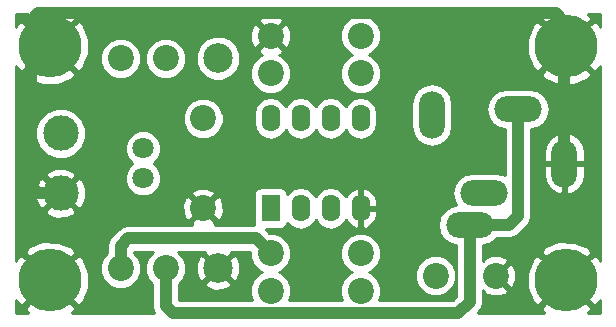
<source format=gbr>
G04 #@! TF.FileFunction,Copper,L1,Top,Signal*
%FSLAX46Y46*%
G04 Gerber Fmt 4.6, Leading zero omitted, Abs format (unit mm)*
G04 Created by KiCad (PCBNEW 4.0.7) date 05/24/18 12:52:19*
%MOMM*%
%LPD*%
G01*
G04 APERTURE LIST*
%ADD10C,0.100000*%
%ADD11C,5.300000*%
%ADD12C,2.200000*%
%ADD13R,1.574800X2.286000*%
%ADD14O,1.574800X2.286000*%
%ADD15C,3.000000*%
%ADD16C,2.500000*%
%ADD17C,1.800000*%
%ADD18O,4.000000X2.200000*%
%ADD19O,2.200000X4.000000*%
%ADD20C,1.000000*%
%ADD21C,0.254000*%
G04 APERTURE END LIST*
D10*
D11*
X165354000Y-76454000D03*
X121666000Y-76454000D03*
D12*
X127635000Y-77470000D03*
X131445000Y-77470000D03*
D11*
X165354000Y-96266000D03*
D12*
X147955000Y-78740000D03*
X140335000Y-78740000D03*
X140335000Y-75565000D03*
X147955000Y-75565000D03*
X147955000Y-97155000D03*
X140335000Y-97155000D03*
X147955000Y-93980000D03*
X140335000Y-93980000D03*
X134620000Y-82550000D03*
X134620000Y-90170000D03*
D13*
X140335000Y-90170000D03*
D14*
X142875000Y-90170000D03*
X145415000Y-90170000D03*
X147955000Y-90170000D03*
X147955000Y-82550000D03*
X145415000Y-82550000D03*
X142875000Y-82550000D03*
X140335000Y-82550000D03*
D15*
X122555000Y-83820000D03*
X122555000Y-88900000D03*
D16*
X135890000Y-77470000D03*
X135890000Y-95250000D03*
D12*
X127635000Y-95250000D03*
X131445000Y-95250000D03*
X154305000Y-95885000D03*
X159385000Y-95885000D03*
D17*
X129540000Y-85090000D03*
X129540000Y-87630000D03*
D11*
X121666000Y-96266000D03*
D18*
X161290000Y-81788000D03*
D19*
X153990000Y-82288000D03*
D18*
X158390000Y-88888000D03*
X157190000Y-91588000D03*
D19*
X165190000Y-86388000D03*
D20*
X165190000Y-74295000D02*
X165100000Y-74295000D01*
X165100000Y-74295000D02*
X164465000Y-73660000D01*
X122555000Y-88900000D02*
X120650000Y-88900000D01*
X120015000Y-88265000D02*
X120650000Y-88900000D01*
X120015000Y-74295000D02*
X120015000Y-88265000D01*
X164465000Y-73660000D02*
X120650000Y-73660000D01*
X120015000Y-74295000D02*
X120650000Y-73660000D01*
X165190000Y-86388000D02*
X165190000Y-74295000D01*
X127635000Y-95250000D02*
X127635000Y-93345000D01*
X139065000Y-92710000D02*
X140335000Y-93980000D01*
X128270000Y-92710000D02*
X139065000Y-92710000D01*
X127635000Y-93345000D02*
X128270000Y-92710000D01*
X156210000Y-99060000D02*
X132080000Y-99060000D01*
X157190000Y-98080000D02*
X156210000Y-99060000D01*
X157190000Y-91588000D02*
X157190000Y-98080000D01*
X131445000Y-98425000D02*
X131445000Y-95250000D01*
X132080000Y-99060000D02*
X131445000Y-98425000D01*
X157190000Y-91588000D02*
X160507000Y-91588000D01*
X161290000Y-90805000D02*
X161290000Y-81788000D01*
X160507000Y-91588000D02*
X161290000Y-90805000D01*
X161290000Y-81788000D02*
X160782000Y-81788000D01*
D21*
G36*
X119501491Y-74109886D02*
X121666000Y-76274395D01*
X123830509Y-74109886D01*
X123556815Y-73710000D01*
X163463185Y-73710000D01*
X163189491Y-74109886D01*
X165354000Y-76274395D01*
X167518509Y-74109886D01*
X167244815Y-73710000D01*
X168225000Y-73710000D01*
X168225000Y-74799574D01*
X168141385Y-74596940D01*
X168136386Y-74589458D01*
X167698114Y-74289491D01*
X165533605Y-76454000D01*
X167698114Y-78618509D01*
X168136386Y-78318542D01*
X168225000Y-78105419D01*
X168225000Y-94611574D01*
X168141385Y-94408940D01*
X168136386Y-94401458D01*
X167698114Y-94101491D01*
X165533605Y-96266000D01*
X167698114Y-98430509D01*
X168136386Y-98130542D01*
X168225000Y-97917419D01*
X168225000Y-99010000D01*
X167244815Y-99010000D01*
X167518509Y-98610114D01*
X165354000Y-96445605D01*
X163189491Y-98610114D01*
X163463185Y-99010000D01*
X157865132Y-99010000D01*
X157992566Y-98882566D01*
X158008082Y-98859345D01*
X158238603Y-98514346D01*
X158325000Y-98080000D01*
X158325000Y-97124608D01*
X158339738Y-97109870D01*
X158450641Y-97387099D01*
X159096593Y-97630323D01*
X159786453Y-97607836D01*
X160319359Y-97387099D01*
X160430263Y-97109868D01*
X159385000Y-96064605D01*
X159370858Y-96078748D01*
X159191253Y-95899143D01*
X159205395Y-95885000D01*
X159564605Y-95885000D01*
X160609868Y-96930263D01*
X160647986Y-96915014D01*
X162068126Y-96915014D01*
X162566615Y-98123060D01*
X162571614Y-98130542D01*
X163009886Y-98430509D01*
X165174395Y-96266000D01*
X163009886Y-94101491D01*
X162571614Y-94401458D01*
X162069881Y-95608161D01*
X162068126Y-96915014D01*
X160647986Y-96915014D01*
X160887099Y-96819359D01*
X161130323Y-96173407D01*
X161107836Y-95483547D01*
X160887099Y-94950641D01*
X160609868Y-94839737D01*
X159564605Y-95885000D01*
X159205395Y-95885000D01*
X159191253Y-95870858D01*
X159370858Y-95691253D01*
X159385000Y-95705395D01*
X160430263Y-94660132D01*
X160319359Y-94382901D01*
X159673407Y-94139677D01*
X158983547Y-94162164D01*
X158450641Y-94382901D01*
X158339738Y-94660130D01*
X158325000Y-94645392D01*
X158325000Y-93921886D01*
X163189491Y-93921886D01*
X165354000Y-96086395D01*
X167518509Y-93921886D01*
X167218542Y-93483614D01*
X166011839Y-92981881D01*
X164704986Y-92980126D01*
X163496940Y-93478615D01*
X163489458Y-93483614D01*
X163189491Y-93921886D01*
X158325000Y-93921886D01*
X158325000Y-93286524D01*
X158805579Y-93190931D01*
X159368453Y-92814830D01*
X159429812Y-92723000D01*
X160507000Y-92723000D01*
X160941346Y-92636603D01*
X161309566Y-92390566D01*
X162092566Y-91607566D01*
X162234686Y-91394868D01*
X162338603Y-91239346D01*
X162425000Y-90805000D01*
X162425000Y-86515000D01*
X163455000Y-86515000D01*
X163455000Y-87415000D01*
X163635670Y-88069288D01*
X164052972Y-88604632D01*
X164643376Y-88939531D01*
X164793878Y-88977175D01*
X165063000Y-88859125D01*
X165063000Y-86515000D01*
X165317000Y-86515000D01*
X165317000Y-88859125D01*
X165586122Y-88977175D01*
X165736624Y-88939531D01*
X166327028Y-88604632D01*
X166744330Y-88069288D01*
X166925000Y-87415000D01*
X166925000Y-86515000D01*
X165317000Y-86515000D01*
X165063000Y-86515000D01*
X163455000Y-86515000D01*
X162425000Y-86515000D01*
X162425000Y-85361000D01*
X163455000Y-85361000D01*
X163455000Y-86261000D01*
X165063000Y-86261000D01*
X165063000Y-83916875D01*
X165317000Y-83916875D01*
X165317000Y-86261000D01*
X166925000Y-86261000D01*
X166925000Y-85361000D01*
X166744330Y-84706712D01*
X166327028Y-84171368D01*
X165736624Y-83836469D01*
X165586122Y-83798825D01*
X165317000Y-83916875D01*
X165063000Y-83916875D01*
X164793878Y-83798825D01*
X164643376Y-83836469D01*
X164052972Y-84171368D01*
X163635670Y-84706712D01*
X163455000Y-85361000D01*
X162425000Y-85361000D01*
X162425000Y-83486524D01*
X162905579Y-83390931D01*
X163468453Y-83014830D01*
X163844554Y-82451956D01*
X163976623Y-81788000D01*
X163844554Y-81124044D01*
X163468453Y-80561170D01*
X162905579Y-80185069D01*
X162241623Y-80053000D01*
X160338377Y-80053000D01*
X159674421Y-80185069D01*
X159111547Y-80561170D01*
X158735446Y-81124044D01*
X158603377Y-81788000D01*
X158735446Y-82451956D01*
X159111547Y-83014830D01*
X159674421Y-83390931D01*
X160155000Y-83486524D01*
X160155000Y-87384909D01*
X160005579Y-87285069D01*
X159341623Y-87153000D01*
X157438377Y-87153000D01*
X156774421Y-87285069D01*
X156211547Y-87661170D01*
X155835446Y-88224044D01*
X155703377Y-88888000D01*
X155835446Y-89551956D01*
X156060270Y-89888428D01*
X155574421Y-89985069D01*
X155011547Y-90361170D01*
X154635446Y-90924044D01*
X154503377Y-91588000D01*
X154635446Y-92251956D01*
X155011547Y-92814830D01*
X155574421Y-93190931D01*
X156055000Y-93286524D01*
X156055000Y-97609868D01*
X155739868Y-97925000D01*
X149513899Y-97925000D01*
X149689699Y-97501627D01*
X149690301Y-96811401D01*
X149449492Y-96228599D01*
X152569699Y-96228599D01*
X152833281Y-96866515D01*
X153320918Y-97355004D01*
X153958373Y-97619699D01*
X154648599Y-97620301D01*
X155286515Y-97356719D01*
X155775004Y-96869082D01*
X156039699Y-96231627D01*
X156040301Y-95541401D01*
X155776719Y-94903485D01*
X155289082Y-94414996D01*
X154651627Y-94150301D01*
X153961401Y-94149699D01*
X153323485Y-94413281D01*
X152834996Y-94900918D01*
X152570301Y-95538373D01*
X152569699Y-96228599D01*
X149449492Y-96228599D01*
X149426719Y-96173485D01*
X148939082Y-95684996D01*
X148656212Y-95567538D01*
X148936515Y-95451719D01*
X149425004Y-94964082D01*
X149689699Y-94326627D01*
X149690301Y-93636401D01*
X149426719Y-92998485D01*
X148939082Y-92509996D01*
X148301627Y-92245301D01*
X147611401Y-92244699D01*
X146973485Y-92508281D01*
X146484996Y-92995918D01*
X146220301Y-93633373D01*
X146219699Y-94323599D01*
X146483281Y-94961515D01*
X146970918Y-95450004D01*
X147253788Y-95567462D01*
X146973485Y-95683281D01*
X146484996Y-96170918D01*
X146220301Y-96808373D01*
X146219699Y-97498599D01*
X146395885Y-97925000D01*
X141893899Y-97925000D01*
X142069699Y-97501627D01*
X142070301Y-96811401D01*
X141806719Y-96173485D01*
X141319082Y-95684996D01*
X141036212Y-95567538D01*
X141316515Y-95451719D01*
X141805004Y-94964082D01*
X142069699Y-94326627D01*
X142070301Y-93636401D01*
X141806719Y-92998485D01*
X141319082Y-92509996D01*
X140681627Y-92245301D01*
X140205017Y-92244885D01*
X139920572Y-91960440D01*
X141122400Y-91960440D01*
X141357717Y-91916162D01*
X141573841Y-91777090D01*
X141718831Y-91564890D01*
X141753600Y-91393197D01*
X141869211Y-91566222D01*
X142330671Y-91874559D01*
X142875000Y-91982833D01*
X143419329Y-91874559D01*
X143880789Y-91566222D01*
X144145000Y-91170801D01*
X144409211Y-91566222D01*
X144870671Y-91874559D01*
X145415000Y-91982833D01*
X145959329Y-91874559D01*
X146420789Y-91566222D01*
X146684754Y-91171170D01*
X146689475Y-91187262D01*
X147039014Y-91621191D01*
X147528004Y-91888327D01*
X147607940Y-91905010D01*
X147828000Y-91782852D01*
X147828000Y-90297000D01*
X148082000Y-90297000D01*
X148082000Y-91782852D01*
X148302060Y-91905010D01*
X148381996Y-91888327D01*
X148870986Y-91621191D01*
X149220525Y-91187262D01*
X149377400Y-90652600D01*
X149377400Y-90297000D01*
X148082000Y-90297000D01*
X147828000Y-90297000D01*
X147808000Y-90297000D01*
X147808000Y-90043000D01*
X147828000Y-90043000D01*
X147828000Y-88557148D01*
X148082000Y-88557148D01*
X148082000Y-90043000D01*
X149377400Y-90043000D01*
X149377400Y-89687400D01*
X149220525Y-89152738D01*
X148870986Y-88718809D01*
X148381996Y-88451673D01*
X148302060Y-88434990D01*
X148082000Y-88557148D01*
X147828000Y-88557148D01*
X147607940Y-88434990D01*
X147528004Y-88451673D01*
X147039014Y-88718809D01*
X146689475Y-89152738D01*
X146684754Y-89168830D01*
X146420789Y-88773778D01*
X145959329Y-88465441D01*
X145415000Y-88357167D01*
X144870671Y-88465441D01*
X144409211Y-88773778D01*
X144145000Y-89169199D01*
X143880789Y-88773778D01*
X143419329Y-88465441D01*
X142875000Y-88357167D01*
X142330671Y-88465441D01*
X141869211Y-88773778D01*
X141754497Y-88945460D01*
X141725562Y-88791683D01*
X141586490Y-88575559D01*
X141374290Y-88430569D01*
X141122400Y-88379560D01*
X139547600Y-88379560D01*
X139312283Y-88423838D01*
X139096159Y-88562910D01*
X138951169Y-88775110D01*
X138900160Y-89027000D01*
X138900160Y-91313000D01*
X138944438Y-91548317D01*
X138961608Y-91575000D01*
X135593203Y-91575000D01*
X135665263Y-91394868D01*
X134620000Y-90349605D01*
X133574737Y-91394868D01*
X133646797Y-91575000D01*
X128270000Y-91575000D01*
X127835655Y-91661396D01*
X127467434Y-91907434D01*
X126832434Y-92542434D01*
X126586397Y-92910654D01*
X126500000Y-93345000D01*
X126500000Y-93931498D01*
X126164996Y-94265918D01*
X125900301Y-94903373D01*
X125899699Y-95593599D01*
X126163281Y-96231515D01*
X126650918Y-96720004D01*
X127288373Y-96984699D01*
X127978599Y-96985301D01*
X128616515Y-96721719D01*
X129105004Y-96234082D01*
X129369699Y-95596627D01*
X129370301Y-94906401D01*
X129106719Y-94268485D01*
X128770000Y-93931178D01*
X128770000Y-93845000D01*
X130396649Y-93845000D01*
X129974996Y-94265918D01*
X129710301Y-94903373D01*
X129709699Y-95593599D01*
X129973281Y-96231515D01*
X130310000Y-96568822D01*
X130310000Y-98425000D01*
X130396397Y-98859346D01*
X130497061Y-99010000D01*
X123556815Y-99010000D01*
X123830509Y-98610114D01*
X121666000Y-96445605D01*
X119501491Y-98610114D01*
X119775185Y-99010000D01*
X118795000Y-99010000D01*
X118795000Y-97920426D01*
X118878615Y-98123060D01*
X118883614Y-98130542D01*
X119321886Y-98430509D01*
X121486395Y-96266000D01*
X121845605Y-96266000D01*
X124010114Y-98430509D01*
X124448386Y-98130542D01*
X124950119Y-96923839D01*
X124951874Y-95616986D01*
X124453385Y-94408940D01*
X124448386Y-94401458D01*
X124010114Y-94101491D01*
X121845605Y-96266000D01*
X121486395Y-96266000D01*
X119321886Y-94101491D01*
X118883614Y-94401458D01*
X118795000Y-94614581D01*
X118795000Y-93921886D01*
X119501491Y-93921886D01*
X121666000Y-96086395D01*
X123830509Y-93921886D01*
X123530542Y-93483614D01*
X122323839Y-92981881D01*
X121016986Y-92980126D01*
X119808940Y-93478615D01*
X119801458Y-93483614D01*
X119501491Y-93921886D01*
X118795000Y-93921886D01*
X118795000Y-90413970D01*
X121220635Y-90413970D01*
X121380418Y-90732739D01*
X122171187Y-91042723D01*
X123020387Y-91026497D01*
X123729582Y-90732739D01*
X123889365Y-90413970D01*
X122555000Y-89079605D01*
X121220635Y-90413970D01*
X118795000Y-90413970D01*
X118795000Y-88516187D01*
X120412277Y-88516187D01*
X120428503Y-89365387D01*
X120722261Y-90074582D01*
X121041030Y-90234365D01*
X122375395Y-88900000D01*
X122734605Y-88900000D01*
X124068970Y-90234365D01*
X124387739Y-90074582D01*
X124463391Y-89881593D01*
X132874677Y-89881593D01*
X132897164Y-90571453D01*
X133117901Y-91104359D01*
X133395132Y-91215263D01*
X134440395Y-90170000D01*
X134799605Y-90170000D01*
X135844868Y-91215263D01*
X136122099Y-91104359D01*
X136365323Y-90458407D01*
X136342836Y-89768547D01*
X136122099Y-89235641D01*
X135844868Y-89124737D01*
X134799605Y-90170000D01*
X134440395Y-90170000D01*
X133395132Y-89124737D01*
X133117901Y-89235641D01*
X132874677Y-89881593D01*
X124463391Y-89881593D01*
X124697723Y-89283813D01*
X124681497Y-88434613D01*
X124387739Y-87725418D01*
X124068970Y-87565635D01*
X122734605Y-88900000D01*
X122375395Y-88900000D01*
X121041030Y-87565635D01*
X120722261Y-87725418D01*
X120412277Y-88516187D01*
X118795000Y-88516187D01*
X118795000Y-87386030D01*
X121220635Y-87386030D01*
X122555000Y-88720395D01*
X123889365Y-87386030D01*
X123729582Y-87067261D01*
X122938813Y-86757277D01*
X122089613Y-86773503D01*
X121380418Y-87067261D01*
X121220635Y-87386030D01*
X118795000Y-87386030D01*
X118795000Y-84242815D01*
X120419630Y-84242815D01*
X120743980Y-85027800D01*
X121344041Y-85628909D01*
X122128459Y-85954628D01*
X122977815Y-85955370D01*
X123762800Y-85631020D01*
X124000242Y-85393991D01*
X128004735Y-85393991D01*
X128237932Y-85958371D01*
X128639182Y-86360323D01*
X128239449Y-86759357D01*
X128005267Y-87323330D01*
X128004735Y-87933991D01*
X128237932Y-88498371D01*
X128669357Y-88930551D01*
X129233330Y-89164733D01*
X129843991Y-89165265D01*
X130376753Y-88945132D01*
X133574737Y-88945132D01*
X134620000Y-89990395D01*
X135665263Y-88945132D01*
X135554359Y-88667901D01*
X134908407Y-88424677D01*
X134218547Y-88447164D01*
X133685641Y-88667901D01*
X133574737Y-88945132D01*
X130376753Y-88945132D01*
X130408371Y-88932068D01*
X130840551Y-88500643D01*
X131074733Y-87936670D01*
X131075265Y-87326009D01*
X130842068Y-86761629D01*
X130440818Y-86359677D01*
X130840551Y-85960643D01*
X131074733Y-85396670D01*
X131075265Y-84786009D01*
X130842068Y-84221629D01*
X130410643Y-83789449D01*
X129846670Y-83555267D01*
X129236009Y-83554735D01*
X128671629Y-83787932D01*
X128239449Y-84219357D01*
X128005267Y-84783330D01*
X128004735Y-85393991D01*
X124000242Y-85393991D01*
X124363909Y-85030959D01*
X124689628Y-84246541D01*
X124690370Y-83397185D01*
X124482292Y-82893599D01*
X132884699Y-82893599D01*
X133148281Y-83531515D01*
X133635918Y-84020004D01*
X134273373Y-84284699D01*
X134963599Y-84285301D01*
X135601515Y-84021719D01*
X136090004Y-83534082D01*
X136354699Y-82896627D01*
X136355301Y-82206401D01*
X136335950Y-82159567D01*
X138912600Y-82159567D01*
X138912600Y-82940433D01*
X139020874Y-83484762D01*
X139329211Y-83946222D01*
X139790671Y-84254559D01*
X140335000Y-84362833D01*
X140879329Y-84254559D01*
X141340789Y-83946222D01*
X141605000Y-83550801D01*
X141869211Y-83946222D01*
X142330671Y-84254559D01*
X142875000Y-84362833D01*
X143419329Y-84254559D01*
X143880789Y-83946222D01*
X144145000Y-83550801D01*
X144409211Y-83946222D01*
X144870671Y-84254559D01*
X145415000Y-84362833D01*
X145959329Y-84254559D01*
X146420789Y-83946222D01*
X146685000Y-83550801D01*
X146949211Y-83946222D01*
X147410671Y-84254559D01*
X147955000Y-84362833D01*
X148499329Y-84254559D01*
X148960789Y-83946222D01*
X149269126Y-83484762D01*
X149377400Y-82940433D01*
X149377400Y-82159567D01*
X149269126Y-81615238D01*
X149082798Y-81336377D01*
X152255000Y-81336377D01*
X152255000Y-83239623D01*
X152387069Y-83903579D01*
X152763170Y-84466453D01*
X153326044Y-84842554D01*
X153990000Y-84974623D01*
X154653956Y-84842554D01*
X155216830Y-84466453D01*
X155592931Y-83903579D01*
X155725000Y-83239623D01*
X155725000Y-81336377D01*
X155592931Y-80672421D01*
X155216830Y-80109547D01*
X154653956Y-79733446D01*
X153990000Y-79601377D01*
X153326044Y-79733446D01*
X152763170Y-80109547D01*
X152387069Y-80672421D01*
X152255000Y-81336377D01*
X149082798Y-81336377D01*
X148960789Y-81153778D01*
X148499329Y-80845441D01*
X147955000Y-80737167D01*
X147410671Y-80845441D01*
X146949211Y-81153778D01*
X146685000Y-81549199D01*
X146420789Y-81153778D01*
X145959329Y-80845441D01*
X145415000Y-80737167D01*
X144870671Y-80845441D01*
X144409211Y-81153778D01*
X144145000Y-81549199D01*
X143880789Y-81153778D01*
X143419329Y-80845441D01*
X142875000Y-80737167D01*
X142330671Y-80845441D01*
X141869211Y-81153778D01*
X141605000Y-81549199D01*
X141340789Y-81153778D01*
X140879329Y-80845441D01*
X140335000Y-80737167D01*
X139790671Y-80845441D01*
X139329211Y-81153778D01*
X139020874Y-81615238D01*
X138912600Y-82159567D01*
X136335950Y-82159567D01*
X136091719Y-81568485D01*
X135604082Y-81079996D01*
X134966627Y-80815301D01*
X134276401Y-80814699D01*
X133638485Y-81078281D01*
X133149996Y-81565918D01*
X132885301Y-82203373D01*
X132884699Y-82893599D01*
X124482292Y-82893599D01*
X124366020Y-82612200D01*
X123765959Y-82011091D01*
X122981541Y-81685372D01*
X122132185Y-81684630D01*
X121347200Y-82008980D01*
X120746091Y-82609041D01*
X120420372Y-83393459D01*
X120419630Y-84242815D01*
X118795000Y-84242815D01*
X118795000Y-78798114D01*
X119501491Y-78798114D01*
X119801458Y-79236386D01*
X121008161Y-79738119D01*
X122315014Y-79739874D01*
X123523060Y-79241385D01*
X123530542Y-79236386D01*
X123830509Y-78798114D01*
X121666000Y-76633605D01*
X119501491Y-78798114D01*
X118795000Y-78798114D01*
X118795000Y-78108426D01*
X118878615Y-78311060D01*
X118883614Y-78318542D01*
X119321886Y-78618509D01*
X121486395Y-76454000D01*
X121845605Y-76454000D01*
X124010114Y-78618509D01*
X124448386Y-78318542D01*
X124658335Y-77813599D01*
X125899699Y-77813599D01*
X126163281Y-78451515D01*
X126650918Y-78940004D01*
X127288373Y-79204699D01*
X127978599Y-79205301D01*
X128616515Y-78941719D01*
X129105004Y-78454082D01*
X129369699Y-77816627D01*
X129369701Y-77813599D01*
X129709699Y-77813599D01*
X129973281Y-78451515D01*
X130460918Y-78940004D01*
X131098373Y-79204699D01*
X131788599Y-79205301D01*
X132426515Y-78941719D01*
X132915004Y-78454082D01*
X133168621Y-77843305D01*
X134004674Y-77843305D01*
X134291043Y-78536372D01*
X134820839Y-79067093D01*
X135513405Y-79354672D01*
X136263305Y-79355326D01*
X136920935Y-79083599D01*
X138599699Y-79083599D01*
X138863281Y-79721515D01*
X139350918Y-80210004D01*
X139988373Y-80474699D01*
X140678599Y-80475301D01*
X141316515Y-80211719D01*
X141805004Y-79724082D01*
X142069699Y-79086627D01*
X142070301Y-78396401D01*
X141806719Y-77758485D01*
X141319082Y-77269996D01*
X141049635Y-77158112D01*
X141269359Y-77067099D01*
X141380263Y-76789868D01*
X140335000Y-75744605D01*
X139289737Y-76789868D01*
X139400641Y-77067099D01*
X139630717Y-77153731D01*
X139353485Y-77268281D01*
X138864996Y-77755918D01*
X138600301Y-78393373D01*
X138599699Y-79083599D01*
X136920935Y-79083599D01*
X136956372Y-79068957D01*
X137487093Y-78539161D01*
X137774672Y-77846595D01*
X137775326Y-77096695D01*
X137488957Y-76403628D01*
X136959161Y-75872907D01*
X136266595Y-75585328D01*
X135516695Y-75584674D01*
X134823628Y-75871043D01*
X134292907Y-76400839D01*
X134005328Y-77093405D01*
X134004674Y-77843305D01*
X133168621Y-77843305D01*
X133179699Y-77816627D01*
X133180301Y-77126401D01*
X132916719Y-76488485D01*
X132429082Y-75999996D01*
X131791627Y-75735301D01*
X131101401Y-75734699D01*
X130463485Y-75998281D01*
X129974996Y-76485918D01*
X129710301Y-77123373D01*
X129709699Y-77813599D01*
X129369701Y-77813599D01*
X129370301Y-77126401D01*
X129106719Y-76488485D01*
X128619082Y-75999996D01*
X127981627Y-75735301D01*
X127291401Y-75734699D01*
X126653485Y-75998281D01*
X126164996Y-76485918D01*
X125900301Y-77123373D01*
X125899699Y-77813599D01*
X124658335Y-77813599D01*
X124950119Y-77111839D01*
X124951874Y-75804986D01*
X124733838Y-75276593D01*
X138589677Y-75276593D01*
X138612164Y-75966453D01*
X138832901Y-76499359D01*
X139110132Y-76610263D01*
X140155395Y-75565000D01*
X140514605Y-75565000D01*
X141559868Y-76610263D01*
X141837099Y-76499359D01*
X142059541Y-75908599D01*
X146219699Y-75908599D01*
X146483281Y-76546515D01*
X146970918Y-77035004D01*
X147253788Y-77152462D01*
X146973485Y-77268281D01*
X146484996Y-77755918D01*
X146220301Y-78393373D01*
X146219699Y-79083599D01*
X146483281Y-79721515D01*
X146970918Y-80210004D01*
X147608373Y-80474699D01*
X148298599Y-80475301D01*
X148936515Y-80211719D01*
X149425004Y-79724082D01*
X149689699Y-79086627D01*
X149689950Y-78798114D01*
X163189491Y-78798114D01*
X163489458Y-79236386D01*
X164696161Y-79738119D01*
X166003014Y-79739874D01*
X167211060Y-79241385D01*
X167218542Y-79236386D01*
X167518509Y-78798114D01*
X165354000Y-76633605D01*
X163189491Y-78798114D01*
X149689950Y-78798114D01*
X149690301Y-78396401D01*
X149426719Y-77758485D01*
X148939082Y-77269996D01*
X148656212Y-77152538D01*
X148776069Y-77103014D01*
X162068126Y-77103014D01*
X162566615Y-78311060D01*
X162571614Y-78318542D01*
X163009886Y-78618509D01*
X165174395Y-76454000D01*
X163009886Y-74289491D01*
X162571614Y-74589458D01*
X162069881Y-75796161D01*
X162068126Y-77103014D01*
X148776069Y-77103014D01*
X148936515Y-77036719D01*
X149425004Y-76549082D01*
X149689699Y-75911627D01*
X149690301Y-75221401D01*
X149426719Y-74583485D01*
X148939082Y-74094996D01*
X148301627Y-73830301D01*
X147611401Y-73829699D01*
X146973485Y-74093281D01*
X146484996Y-74580918D01*
X146220301Y-75218373D01*
X146219699Y-75908599D01*
X142059541Y-75908599D01*
X142080323Y-75853407D01*
X142057836Y-75163547D01*
X141837099Y-74630641D01*
X141559868Y-74519737D01*
X140514605Y-75565000D01*
X140155395Y-75565000D01*
X139110132Y-74519737D01*
X138832901Y-74630641D01*
X138589677Y-75276593D01*
X124733838Y-75276593D01*
X124453385Y-74596940D01*
X124448386Y-74589458D01*
X124084104Y-74340132D01*
X139289737Y-74340132D01*
X140335000Y-75385395D01*
X141380263Y-74340132D01*
X141269359Y-74062901D01*
X140623407Y-73819677D01*
X139933547Y-73842164D01*
X139400641Y-74062901D01*
X139289737Y-74340132D01*
X124084104Y-74340132D01*
X124010114Y-74289491D01*
X121845605Y-76454000D01*
X121486395Y-76454000D01*
X119321886Y-74289491D01*
X118883614Y-74589458D01*
X118795000Y-74802581D01*
X118795000Y-73710000D01*
X119775185Y-73710000D01*
X119501491Y-74109886D01*
X119501491Y-74109886D01*
G37*
X119501491Y-74109886D02*
X121666000Y-76274395D01*
X123830509Y-74109886D01*
X123556815Y-73710000D01*
X163463185Y-73710000D01*
X163189491Y-74109886D01*
X165354000Y-76274395D01*
X167518509Y-74109886D01*
X167244815Y-73710000D01*
X168225000Y-73710000D01*
X168225000Y-74799574D01*
X168141385Y-74596940D01*
X168136386Y-74589458D01*
X167698114Y-74289491D01*
X165533605Y-76454000D01*
X167698114Y-78618509D01*
X168136386Y-78318542D01*
X168225000Y-78105419D01*
X168225000Y-94611574D01*
X168141385Y-94408940D01*
X168136386Y-94401458D01*
X167698114Y-94101491D01*
X165533605Y-96266000D01*
X167698114Y-98430509D01*
X168136386Y-98130542D01*
X168225000Y-97917419D01*
X168225000Y-99010000D01*
X167244815Y-99010000D01*
X167518509Y-98610114D01*
X165354000Y-96445605D01*
X163189491Y-98610114D01*
X163463185Y-99010000D01*
X157865132Y-99010000D01*
X157992566Y-98882566D01*
X158008082Y-98859345D01*
X158238603Y-98514346D01*
X158325000Y-98080000D01*
X158325000Y-97124608D01*
X158339738Y-97109870D01*
X158450641Y-97387099D01*
X159096593Y-97630323D01*
X159786453Y-97607836D01*
X160319359Y-97387099D01*
X160430263Y-97109868D01*
X159385000Y-96064605D01*
X159370858Y-96078748D01*
X159191253Y-95899143D01*
X159205395Y-95885000D01*
X159564605Y-95885000D01*
X160609868Y-96930263D01*
X160647986Y-96915014D01*
X162068126Y-96915014D01*
X162566615Y-98123060D01*
X162571614Y-98130542D01*
X163009886Y-98430509D01*
X165174395Y-96266000D01*
X163009886Y-94101491D01*
X162571614Y-94401458D01*
X162069881Y-95608161D01*
X162068126Y-96915014D01*
X160647986Y-96915014D01*
X160887099Y-96819359D01*
X161130323Y-96173407D01*
X161107836Y-95483547D01*
X160887099Y-94950641D01*
X160609868Y-94839737D01*
X159564605Y-95885000D01*
X159205395Y-95885000D01*
X159191253Y-95870858D01*
X159370858Y-95691253D01*
X159385000Y-95705395D01*
X160430263Y-94660132D01*
X160319359Y-94382901D01*
X159673407Y-94139677D01*
X158983547Y-94162164D01*
X158450641Y-94382901D01*
X158339738Y-94660130D01*
X158325000Y-94645392D01*
X158325000Y-93921886D01*
X163189491Y-93921886D01*
X165354000Y-96086395D01*
X167518509Y-93921886D01*
X167218542Y-93483614D01*
X166011839Y-92981881D01*
X164704986Y-92980126D01*
X163496940Y-93478615D01*
X163489458Y-93483614D01*
X163189491Y-93921886D01*
X158325000Y-93921886D01*
X158325000Y-93286524D01*
X158805579Y-93190931D01*
X159368453Y-92814830D01*
X159429812Y-92723000D01*
X160507000Y-92723000D01*
X160941346Y-92636603D01*
X161309566Y-92390566D01*
X162092566Y-91607566D01*
X162234686Y-91394868D01*
X162338603Y-91239346D01*
X162425000Y-90805000D01*
X162425000Y-86515000D01*
X163455000Y-86515000D01*
X163455000Y-87415000D01*
X163635670Y-88069288D01*
X164052972Y-88604632D01*
X164643376Y-88939531D01*
X164793878Y-88977175D01*
X165063000Y-88859125D01*
X165063000Y-86515000D01*
X165317000Y-86515000D01*
X165317000Y-88859125D01*
X165586122Y-88977175D01*
X165736624Y-88939531D01*
X166327028Y-88604632D01*
X166744330Y-88069288D01*
X166925000Y-87415000D01*
X166925000Y-86515000D01*
X165317000Y-86515000D01*
X165063000Y-86515000D01*
X163455000Y-86515000D01*
X162425000Y-86515000D01*
X162425000Y-85361000D01*
X163455000Y-85361000D01*
X163455000Y-86261000D01*
X165063000Y-86261000D01*
X165063000Y-83916875D01*
X165317000Y-83916875D01*
X165317000Y-86261000D01*
X166925000Y-86261000D01*
X166925000Y-85361000D01*
X166744330Y-84706712D01*
X166327028Y-84171368D01*
X165736624Y-83836469D01*
X165586122Y-83798825D01*
X165317000Y-83916875D01*
X165063000Y-83916875D01*
X164793878Y-83798825D01*
X164643376Y-83836469D01*
X164052972Y-84171368D01*
X163635670Y-84706712D01*
X163455000Y-85361000D01*
X162425000Y-85361000D01*
X162425000Y-83486524D01*
X162905579Y-83390931D01*
X163468453Y-83014830D01*
X163844554Y-82451956D01*
X163976623Y-81788000D01*
X163844554Y-81124044D01*
X163468453Y-80561170D01*
X162905579Y-80185069D01*
X162241623Y-80053000D01*
X160338377Y-80053000D01*
X159674421Y-80185069D01*
X159111547Y-80561170D01*
X158735446Y-81124044D01*
X158603377Y-81788000D01*
X158735446Y-82451956D01*
X159111547Y-83014830D01*
X159674421Y-83390931D01*
X160155000Y-83486524D01*
X160155000Y-87384909D01*
X160005579Y-87285069D01*
X159341623Y-87153000D01*
X157438377Y-87153000D01*
X156774421Y-87285069D01*
X156211547Y-87661170D01*
X155835446Y-88224044D01*
X155703377Y-88888000D01*
X155835446Y-89551956D01*
X156060270Y-89888428D01*
X155574421Y-89985069D01*
X155011547Y-90361170D01*
X154635446Y-90924044D01*
X154503377Y-91588000D01*
X154635446Y-92251956D01*
X155011547Y-92814830D01*
X155574421Y-93190931D01*
X156055000Y-93286524D01*
X156055000Y-97609868D01*
X155739868Y-97925000D01*
X149513899Y-97925000D01*
X149689699Y-97501627D01*
X149690301Y-96811401D01*
X149449492Y-96228599D01*
X152569699Y-96228599D01*
X152833281Y-96866515D01*
X153320918Y-97355004D01*
X153958373Y-97619699D01*
X154648599Y-97620301D01*
X155286515Y-97356719D01*
X155775004Y-96869082D01*
X156039699Y-96231627D01*
X156040301Y-95541401D01*
X155776719Y-94903485D01*
X155289082Y-94414996D01*
X154651627Y-94150301D01*
X153961401Y-94149699D01*
X153323485Y-94413281D01*
X152834996Y-94900918D01*
X152570301Y-95538373D01*
X152569699Y-96228599D01*
X149449492Y-96228599D01*
X149426719Y-96173485D01*
X148939082Y-95684996D01*
X148656212Y-95567538D01*
X148936515Y-95451719D01*
X149425004Y-94964082D01*
X149689699Y-94326627D01*
X149690301Y-93636401D01*
X149426719Y-92998485D01*
X148939082Y-92509996D01*
X148301627Y-92245301D01*
X147611401Y-92244699D01*
X146973485Y-92508281D01*
X146484996Y-92995918D01*
X146220301Y-93633373D01*
X146219699Y-94323599D01*
X146483281Y-94961515D01*
X146970918Y-95450004D01*
X147253788Y-95567462D01*
X146973485Y-95683281D01*
X146484996Y-96170918D01*
X146220301Y-96808373D01*
X146219699Y-97498599D01*
X146395885Y-97925000D01*
X141893899Y-97925000D01*
X142069699Y-97501627D01*
X142070301Y-96811401D01*
X141806719Y-96173485D01*
X141319082Y-95684996D01*
X141036212Y-95567538D01*
X141316515Y-95451719D01*
X141805004Y-94964082D01*
X142069699Y-94326627D01*
X142070301Y-93636401D01*
X141806719Y-92998485D01*
X141319082Y-92509996D01*
X140681627Y-92245301D01*
X140205017Y-92244885D01*
X139920572Y-91960440D01*
X141122400Y-91960440D01*
X141357717Y-91916162D01*
X141573841Y-91777090D01*
X141718831Y-91564890D01*
X141753600Y-91393197D01*
X141869211Y-91566222D01*
X142330671Y-91874559D01*
X142875000Y-91982833D01*
X143419329Y-91874559D01*
X143880789Y-91566222D01*
X144145000Y-91170801D01*
X144409211Y-91566222D01*
X144870671Y-91874559D01*
X145415000Y-91982833D01*
X145959329Y-91874559D01*
X146420789Y-91566222D01*
X146684754Y-91171170D01*
X146689475Y-91187262D01*
X147039014Y-91621191D01*
X147528004Y-91888327D01*
X147607940Y-91905010D01*
X147828000Y-91782852D01*
X147828000Y-90297000D01*
X148082000Y-90297000D01*
X148082000Y-91782852D01*
X148302060Y-91905010D01*
X148381996Y-91888327D01*
X148870986Y-91621191D01*
X149220525Y-91187262D01*
X149377400Y-90652600D01*
X149377400Y-90297000D01*
X148082000Y-90297000D01*
X147828000Y-90297000D01*
X147808000Y-90297000D01*
X147808000Y-90043000D01*
X147828000Y-90043000D01*
X147828000Y-88557148D01*
X148082000Y-88557148D01*
X148082000Y-90043000D01*
X149377400Y-90043000D01*
X149377400Y-89687400D01*
X149220525Y-89152738D01*
X148870986Y-88718809D01*
X148381996Y-88451673D01*
X148302060Y-88434990D01*
X148082000Y-88557148D01*
X147828000Y-88557148D01*
X147607940Y-88434990D01*
X147528004Y-88451673D01*
X147039014Y-88718809D01*
X146689475Y-89152738D01*
X146684754Y-89168830D01*
X146420789Y-88773778D01*
X145959329Y-88465441D01*
X145415000Y-88357167D01*
X144870671Y-88465441D01*
X144409211Y-88773778D01*
X144145000Y-89169199D01*
X143880789Y-88773778D01*
X143419329Y-88465441D01*
X142875000Y-88357167D01*
X142330671Y-88465441D01*
X141869211Y-88773778D01*
X141754497Y-88945460D01*
X141725562Y-88791683D01*
X141586490Y-88575559D01*
X141374290Y-88430569D01*
X141122400Y-88379560D01*
X139547600Y-88379560D01*
X139312283Y-88423838D01*
X139096159Y-88562910D01*
X138951169Y-88775110D01*
X138900160Y-89027000D01*
X138900160Y-91313000D01*
X138944438Y-91548317D01*
X138961608Y-91575000D01*
X135593203Y-91575000D01*
X135665263Y-91394868D01*
X134620000Y-90349605D01*
X133574737Y-91394868D01*
X133646797Y-91575000D01*
X128270000Y-91575000D01*
X127835655Y-91661396D01*
X127467434Y-91907434D01*
X126832434Y-92542434D01*
X126586397Y-92910654D01*
X126500000Y-93345000D01*
X126500000Y-93931498D01*
X126164996Y-94265918D01*
X125900301Y-94903373D01*
X125899699Y-95593599D01*
X126163281Y-96231515D01*
X126650918Y-96720004D01*
X127288373Y-96984699D01*
X127978599Y-96985301D01*
X128616515Y-96721719D01*
X129105004Y-96234082D01*
X129369699Y-95596627D01*
X129370301Y-94906401D01*
X129106719Y-94268485D01*
X128770000Y-93931178D01*
X128770000Y-93845000D01*
X130396649Y-93845000D01*
X129974996Y-94265918D01*
X129710301Y-94903373D01*
X129709699Y-95593599D01*
X129973281Y-96231515D01*
X130310000Y-96568822D01*
X130310000Y-98425000D01*
X130396397Y-98859346D01*
X130497061Y-99010000D01*
X123556815Y-99010000D01*
X123830509Y-98610114D01*
X121666000Y-96445605D01*
X119501491Y-98610114D01*
X119775185Y-99010000D01*
X118795000Y-99010000D01*
X118795000Y-97920426D01*
X118878615Y-98123060D01*
X118883614Y-98130542D01*
X119321886Y-98430509D01*
X121486395Y-96266000D01*
X121845605Y-96266000D01*
X124010114Y-98430509D01*
X124448386Y-98130542D01*
X124950119Y-96923839D01*
X124951874Y-95616986D01*
X124453385Y-94408940D01*
X124448386Y-94401458D01*
X124010114Y-94101491D01*
X121845605Y-96266000D01*
X121486395Y-96266000D01*
X119321886Y-94101491D01*
X118883614Y-94401458D01*
X118795000Y-94614581D01*
X118795000Y-93921886D01*
X119501491Y-93921886D01*
X121666000Y-96086395D01*
X123830509Y-93921886D01*
X123530542Y-93483614D01*
X122323839Y-92981881D01*
X121016986Y-92980126D01*
X119808940Y-93478615D01*
X119801458Y-93483614D01*
X119501491Y-93921886D01*
X118795000Y-93921886D01*
X118795000Y-90413970D01*
X121220635Y-90413970D01*
X121380418Y-90732739D01*
X122171187Y-91042723D01*
X123020387Y-91026497D01*
X123729582Y-90732739D01*
X123889365Y-90413970D01*
X122555000Y-89079605D01*
X121220635Y-90413970D01*
X118795000Y-90413970D01*
X118795000Y-88516187D01*
X120412277Y-88516187D01*
X120428503Y-89365387D01*
X120722261Y-90074582D01*
X121041030Y-90234365D01*
X122375395Y-88900000D01*
X122734605Y-88900000D01*
X124068970Y-90234365D01*
X124387739Y-90074582D01*
X124463391Y-89881593D01*
X132874677Y-89881593D01*
X132897164Y-90571453D01*
X133117901Y-91104359D01*
X133395132Y-91215263D01*
X134440395Y-90170000D01*
X134799605Y-90170000D01*
X135844868Y-91215263D01*
X136122099Y-91104359D01*
X136365323Y-90458407D01*
X136342836Y-89768547D01*
X136122099Y-89235641D01*
X135844868Y-89124737D01*
X134799605Y-90170000D01*
X134440395Y-90170000D01*
X133395132Y-89124737D01*
X133117901Y-89235641D01*
X132874677Y-89881593D01*
X124463391Y-89881593D01*
X124697723Y-89283813D01*
X124681497Y-88434613D01*
X124387739Y-87725418D01*
X124068970Y-87565635D01*
X122734605Y-88900000D01*
X122375395Y-88900000D01*
X121041030Y-87565635D01*
X120722261Y-87725418D01*
X120412277Y-88516187D01*
X118795000Y-88516187D01*
X118795000Y-87386030D01*
X121220635Y-87386030D01*
X122555000Y-88720395D01*
X123889365Y-87386030D01*
X123729582Y-87067261D01*
X122938813Y-86757277D01*
X122089613Y-86773503D01*
X121380418Y-87067261D01*
X121220635Y-87386030D01*
X118795000Y-87386030D01*
X118795000Y-84242815D01*
X120419630Y-84242815D01*
X120743980Y-85027800D01*
X121344041Y-85628909D01*
X122128459Y-85954628D01*
X122977815Y-85955370D01*
X123762800Y-85631020D01*
X124000242Y-85393991D01*
X128004735Y-85393991D01*
X128237932Y-85958371D01*
X128639182Y-86360323D01*
X128239449Y-86759357D01*
X128005267Y-87323330D01*
X128004735Y-87933991D01*
X128237932Y-88498371D01*
X128669357Y-88930551D01*
X129233330Y-89164733D01*
X129843991Y-89165265D01*
X130376753Y-88945132D01*
X133574737Y-88945132D01*
X134620000Y-89990395D01*
X135665263Y-88945132D01*
X135554359Y-88667901D01*
X134908407Y-88424677D01*
X134218547Y-88447164D01*
X133685641Y-88667901D01*
X133574737Y-88945132D01*
X130376753Y-88945132D01*
X130408371Y-88932068D01*
X130840551Y-88500643D01*
X131074733Y-87936670D01*
X131075265Y-87326009D01*
X130842068Y-86761629D01*
X130440818Y-86359677D01*
X130840551Y-85960643D01*
X131074733Y-85396670D01*
X131075265Y-84786009D01*
X130842068Y-84221629D01*
X130410643Y-83789449D01*
X129846670Y-83555267D01*
X129236009Y-83554735D01*
X128671629Y-83787932D01*
X128239449Y-84219357D01*
X128005267Y-84783330D01*
X128004735Y-85393991D01*
X124000242Y-85393991D01*
X124363909Y-85030959D01*
X124689628Y-84246541D01*
X124690370Y-83397185D01*
X124482292Y-82893599D01*
X132884699Y-82893599D01*
X133148281Y-83531515D01*
X133635918Y-84020004D01*
X134273373Y-84284699D01*
X134963599Y-84285301D01*
X135601515Y-84021719D01*
X136090004Y-83534082D01*
X136354699Y-82896627D01*
X136355301Y-82206401D01*
X136335950Y-82159567D01*
X138912600Y-82159567D01*
X138912600Y-82940433D01*
X139020874Y-83484762D01*
X139329211Y-83946222D01*
X139790671Y-84254559D01*
X140335000Y-84362833D01*
X140879329Y-84254559D01*
X141340789Y-83946222D01*
X141605000Y-83550801D01*
X141869211Y-83946222D01*
X142330671Y-84254559D01*
X142875000Y-84362833D01*
X143419329Y-84254559D01*
X143880789Y-83946222D01*
X144145000Y-83550801D01*
X144409211Y-83946222D01*
X144870671Y-84254559D01*
X145415000Y-84362833D01*
X145959329Y-84254559D01*
X146420789Y-83946222D01*
X146685000Y-83550801D01*
X146949211Y-83946222D01*
X147410671Y-84254559D01*
X147955000Y-84362833D01*
X148499329Y-84254559D01*
X148960789Y-83946222D01*
X149269126Y-83484762D01*
X149377400Y-82940433D01*
X149377400Y-82159567D01*
X149269126Y-81615238D01*
X149082798Y-81336377D01*
X152255000Y-81336377D01*
X152255000Y-83239623D01*
X152387069Y-83903579D01*
X152763170Y-84466453D01*
X153326044Y-84842554D01*
X153990000Y-84974623D01*
X154653956Y-84842554D01*
X155216830Y-84466453D01*
X155592931Y-83903579D01*
X155725000Y-83239623D01*
X155725000Y-81336377D01*
X155592931Y-80672421D01*
X155216830Y-80109547D01*
X154653956Y-79733446D01*
X153990000Y-79601377D01*
X153326044Y-79733446D01*
X152763170Y-80109547D01*
X152387069Y-80672421D01*
X152255000Y-81336377D01*
X149082798Y-81336377D01*
X148960789Y-81153778D01*
X148499329Y-80845441D01*
X147955000Y-80737167D01*
X147410671Y-80845441D01*
X146949211Y-81153778D01*
X146685000Y-81549199D01*
X146420789Y-81153778D01*
X145959329Y-80845441D01*
X145415000Y-80737167D01*
X144870671Y-80845441D01*
X144409211Y-81153778D01*
X144145000Y-81549199D01*
X143880789Y-81153778D01*
X143419329Y-80845441D01*
X142875000Y-80737167D01*
X142330671Y-80845441D01*
X141869211Y-81153778D01*
X141605000Y-81549199D01*
X141340789Y-81153778D01*
X140879329Y-80845441D01*
X140335000Y-80737167D01*
X139790671Y-80845441D01*
X139329211Y-81153778D01*
X139020874Y-81615238D01*
X138912600Y-82159567D01*
X136335950Y-82159567D01*
X136091719Y-81568485D01*
X135604082Y-81079996D01*
X134966627Y-80815301D01*
X134276401Y-80814699D01*
X133638485Y-81078281D01*
X133149996Y-81565918D01*
X132885301Y-82203373D01*
X132884699Y-82893599D01*
X124482292Y-82893599D01*
X124366020Y-82612200D01*
X123765959Y-82011091D01*
X122981541Y-81685372D01*
X122132185Y-81684630D01*
X121347200Y-82008980D01*
X120746091Y-82609041D01*
X120420372Y-83393459D01*
X120419630Y-84242815D01*
X118795000Y-84242815D01*
X118795000Y-78798114D01*
X119501491Y-78798114D01*
X119801458Y-79236386D01*
X121008161Y-79738119D01*
X122315014Y-79739874D01*
X123523060Y-79241385D01*
X123530542Y-79236386D01*
X123830509Y-78798114D01*
X121666000Y-76633605D01*
X119501491Y-78798114D01*
X118795000Y-78798114D01*
X118795000Y-78108426D01*
X118878615Y-78311060D01*
X118883614Y-78318542D01*
X119321886Y-78618509D01*
X121486395Y-76454000D01*
X121845605Y-76454000D01*
X124010114Y-78618509D01*
X124448386Y-78318542D01*
X124658335Y-77813599D01*
X125899699Y-77813599D01*
X126163281Y-78451515D01*
X126650918Y-78940004D01*
X127288373Y-79204699D01*
X127978599Y-79205301D01*
X128616515Y-78941719D01*
X129105004Y-78454082D01*
X129369699Y-77816627D01*
X129369701Y-77813599D01*
X129709699Y-77813599D01*
X129973281Y-78451515D01*
X130460918Y-78940004D01*
X131098373Y-79204699D01*
X131788599Y-79205301D01*
X132426515Y-78941719D01*
X132915004Y-78454082D01*
X133168621Y-77843305D01*
X134004674Y-77843305D01*
X134291043Y-78536372D01*
X134820839Y-79067093D01*
X135513405Y-79354672D01*
X136263305Y-79355326D01*
X136920935Y-79083599D01*
X138599699Y-79083599D01*
X138863281Y-79721515D01*
X139350918Y-80210004D01*
X139988373Y-80474699D01*
X140678599Y-80475301D01*
X141316515Y-80211719D01*
X141805004Y-79724082D01*
X142069699Y-79086627D01*
X142070301Y-78396401D01*
X141806719Y-77758485D01*
X141319082Y-77269996D01*
X141049635Y-77158112D01*
X141269359Y-77067099D01*
X141380263Y-76789868D01*
X140335000Y-75744605D01*
X139289737Y-76789868D01*
X139400641Y-77067099D01*
X139630717Y-77153731D01*
X139353485Y-77268281D01*
X138864996Y-77755918D01*
X138600301Y-78393373D01*
X138599699Y-79083599D01*
X136920935Y-79083599D01*
X136956372Y-79068957D01*
X137487093Y-78539161D01*
X137774672Y-77846595D01*
X137775326Y-77096695D01*
X137488957Y-76403628D01*
X136959161Y-75872907D01*
X136266595Y-75585328D01*
X135516695Y-75584674D01*
X134823628Y-75871043D01*
X134292907Y-76400839D01*
X134005328Y-77093405D01*
X134004674Y-77843305D01*
X133168621Y-77843305D01*
X133179699Y-77816627D01*
X133180301Y-77126401D01*
X132916719Y-76488485D01*
X132429082Y-75999996D01*
X131791627Y-75735301D01*
X131101401Y-75734699D01*
X130463485Y-75998281D01*
X129974996Y-76485918D01*
X129710301Y-77123373D01*
X129709699Y-77813599D01*
X129369701Y-77813599D01*
X129370301Y-77126401D01*
X129106719Y-76488485D01*
X128619082Y-75999996D01*
X127981627Y-75735301D01*
X127291401Y-75734699D01*
X126653485Y-75998281D01*
X126164996Y-76485918D01*
X125900301Y-77123373D01*
X125899699Y-77813599D01*
X124658335Y-77813599D01*
X124950119Y-77111839D01*
X124951874Y-75804986D01*
X124733838Y-75276593D01*
X138589677Y-75276593D01*
X138612164Y-75966453D01*
X138832901Y-76499359D01*
X139110132Y-76610263D01*
X140155395Y-75565000D01*
X140514605Y-75565000D01*
X141559868Y-76610263D01*
X141837099Y-76499359D01*
X142059541Y-75908599D01*
X146219699Y-75908599D01*
X146483281Y-76546515D01*
X146970918Y-77035004D01*
X147253788Y-77152462D01*
X146973485Y-77268281D01*
X146484996Y-77755918D01*
X146220301Y-78393373D01*
X146219699Y-79083599D01*
X146483281Y-79721515D01*
X146970918Y-80210004D01*
X147608373Y-80474699D01*
X148298599Y-80475301D01*
X148936515Y-80211719D01*
X149425004Y-79724082D01*
X149689699Y-79086627D01*
X149689950Y-78798114D01*
X163189491Y-78798114D01*
X163489458Y-79236386D01*
X164696161Y-79738119D01*
X166003014Y-79739874D01*
X167211060Y-79241385D01*
X167218542Y-79236386D01*
X167518509Y-78798114D01*
X165354000Y-76633605D01*
X163189491Y-78798114D01*
X149689950Y-78798114D01*
X149690301Y-78396401D01*
X149426719Y-77758485D01*
X148939082Y-77269996D01*
X148656212Y-77152538D01*
X148776069Y-77103014D01*
X162068126Y-77103014D01*
X162566615Y-78311060D01*
X162571614Y-78318542D01*
X163009886Y-78618509D01*
X165174395Y-76454000D01*
X163009886Y-74289491D01*
X162571614Y-74589458D01*
X162069881Y-75796161D01*
X162068126Y-77103014D01*
X148776069Y-77103014D01*
X148936515Y-77036719D01*
X149425004Y-76549082D01*
X149689699Y-75911627D01*
X149690301Y-75221401D01*
X149426719Y-74583485D01*
X148939082Y-74094996D01*
X148301627Y-73830301D01*
X147611401Y-73829699D01*
X146973485Y-74093281D01*
X146484996Y-74580918D01*
X146220301Y-75218373D01*
X146219699Y-75908599D01*
X142059541Y-75908599D01*
X142080323Y-75853407D01*
X142057836Y-75163547D01*
X141837099Y-74630641D01*
X141559868Y-74519737D01*
X140514605Y-75565000D01*
X140155395Y-75565000D01*
X139110132Y-74519737D01*
X138832901Y-74630641D01*
X138589677Y-75276593D01*
X124733838Y-75276593D01*
X124453385Y-74596940D01*
X124448386Y-74589458D01*
X124084104Y-74340132D01*
X139289737Y-74340132D01*
X140335000Y-75385395D01*
X141380263Y-74340132D01*
X141269359Y-74062901D01*
X140623407Y-73819677D01*
X139933547Y-73842164D01*
X139400641Y-74062901D01*
X139289737Y-74340132D01*
X124084104Y-74340132D01*
X124010114Y-74289491D01*
X121845605Y-76454000D01*
X121486395Y-76454000D01*
X119321886Y-74289491D01*
X118883614Y-74589458D01*
X118795000Y-74802581D01*
X118795000Y-73710000D01*
X119775185Y-73710000D01*
X119501491Y-74109886D01*
G36*
X134736285Y-93916680D02*
X135890000Y-95070395D01*
X137043715Y-93916680D01*
X137012074Y-93845000D01*
X138594868Y-93845000D01*
X138600112Y-93850244D01*
X138599699Y-94323599D01*
X138863281Y-94961515D01*
X139350918Y-95450004D01*
X139633788Y-95567462D01*
X139353485Y-95683281D01*
X138864996Y-96170918D01*
X138600301Y-96808373D01*
X138599699Y-97498599D01*
X138775885Y-97925000D01*
X132580000Y-97925000D01*
X132580000Y-96583320D01*
X134736285Y-96583320D01*
X134865533Y-96876123D01*
X135565806Y-97144388D01*
X136315435Y-97124250D01*
X136914467Y-96876123D01*
X137043715Y-96583320D01*
X135890000Y-95429605D01*
X134736285Y-96583320D01*
X132580000Y-96583320D01*
X132580000Y-96568502D01*
X132915004Y-96234082D01*
X133179699Y-95596627D01*
X133180284Y-94925806D01*
X133995612Y-94925806D01*
X134015750Y-95675435D01*
X134263877Y-96274467D01*
X134556680Y-96403715D01*
X135710395Y-95250000D01*
X136069605Y-95250000D01*
X137223320Y-96403715D01*
X137516123Y-96274467D01*
X137784388Y-95574194D01*
X137764250Y-94824565D01*
X137516123Y-94225533D01*
X137223320Y-94096285D01*
X136069605Y-95250000D01*
X135710395Y-95250000D01*
X134556680Y-94096285D01*
X134263877Y-94225533D01*
X133995612Y-94925806D01*
X133180284Y-94925806D01*
X133180301Y-94906401D01*
X132916719Y-94268485D01*
X132493973Y-93845000D01*
X134767926Y-93845000D01*
X134736285Y-93916680D01*
X134736285Y-93916680D01*
G37*
X134736285Y-93916680D02*
X135890000Y-95070395D01*
X137043715Y-93916680D01*
X137012074Y-93845000D01*
X138594868Y-93845000D01*
X138600112Y-93850244D01*
X138599699Y-94323599D01*
X138863281Y-94961515D01*
X139350918Y-95450004D01*
X139633788Y-95567462D01*
X139353485Y-95683281D01*
X138864996Y-96170918D01*
X138600301Y-96808373D01*
X138599699Y-97498599D01*
X138775885Y-97925000D01*
X132580000Y-97925000D01*
X132580000Y-96583320D01*
X134736285Y-96583320D01*
X134865533Y-96876123D01*
X135565806Y-97144388D01*
X136315435Y-97124250D01*
X136914467Y-96876123D01*
X137043715Y-96583320D01*
X135890000Y-95429605D01*
X134736285Y-96583320D01*
X132580000Y-96583320D01*
X132580000Y-96568502D01*
X132915004Y-96234082D01*
X133179699Y-95596627D01*
X133180284Y-94925806D01*
X133995612Y-94925806D01*
X134015750Y-95675435D01*
X134263877Y-96274467D01*
X134556680Y-96403715D01*
X135710395Y-95250000D01*
X136069605Y-95250000D01*
X137223320Y-96403715D01*
X137516123Y-96274467D01*
X137784388Y-95574194D01*
X137764250Y-94824565D01*
X137516123Y-94225533D01*
X137223320Y-94096285D01*
X136069605Y-95250000D01*
X135710395Y-95250000D01*
X134556680Y-94096285D01*
X134263877Y-94225533D01*
X133995612Y-94925806D01*
X133180284Y-94925806D01*
X133180301Y-94906401D01*
X132916719Y-94268485D01*
X132493973Y-93845000D01*
X134767926Y-93845000D01*
X134736285Y-93916680D01*
M02*

</source>
